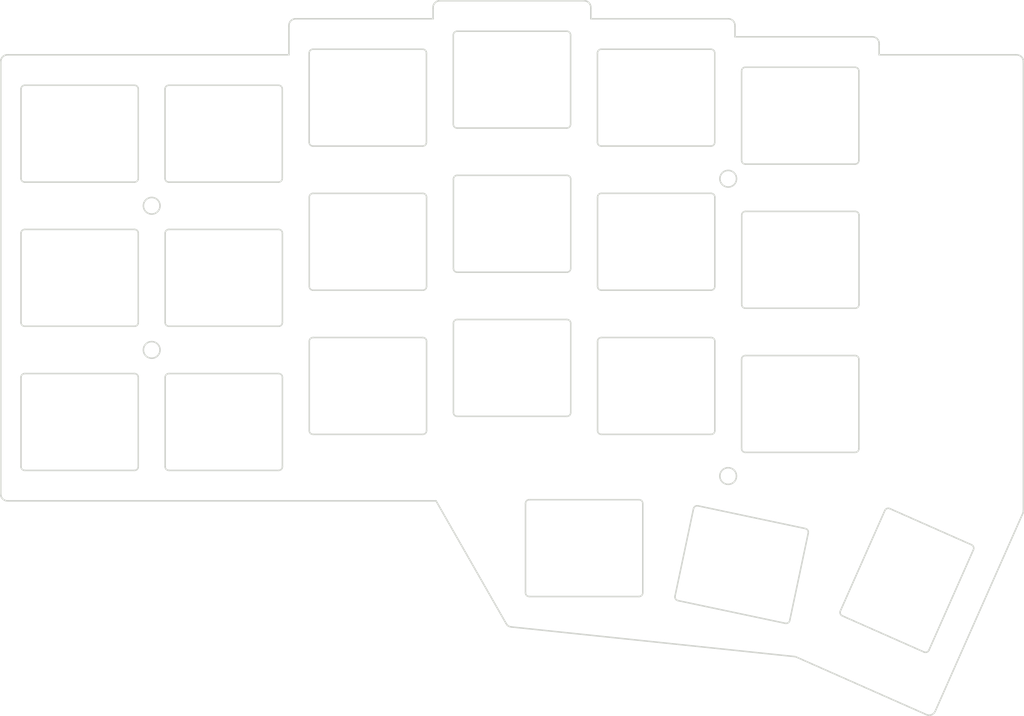
<source format=kicad_pcb>
(kicad_pcb (version 20221018) (generator pcbnew)

  (general
    (thickness 1.6)
  )

  (paper "A4")
  (title_block
    (date "2023-12-04")
  )

  (layers
    (0 "F.Cu" signal)
    (31 "B.Cu" signal)
    (32 "B.Adhes" user "B.Adhesive")
    (33 "F.Adhes" user "F.Adhesive")
    (34 "B.Paste" user)
    (35 "F.Paste" user)
    (36 "B.SilkS" user "B.Silkscreen")
    (37 "F.SilkS" user "F.Silkscreen")
    (38 "B.Mask" user)
    (39 "F.Mask" user)
    (40 "Dwgs.User" user "User.Drawings")
    (41 "Cmts.User" user "User.Comments")
    (42 "Eco1.User" user "User.Eco1")
    (43 "Eco2.User" user "User.Eco2")
    (44 "Edge.Cuts" user)
    (45 "Margin" user)
    (46 "B.CrtYd" user "B.Courtyard")
    (47 "F.CrtYd" user "F.Courtyard")
    (48 "B.Fab" user)
    (49 "F.Fab" user)
  )

  (setup
    (pad_to_mask_clearance 0.2)
    (aux_axis_origin 174 65.7)
    (grid_origin -119.462454 2.779733)
    (pcbplotparams
      (layerselection 0x00010f0_ffffffff)
      (plot_on_all_layers_selection 0x0000000_00000000)
      (disableapertmacros false)
      (usegerberextensions true)
      (usegerberattributes false)
      (usegerberadvancedattributes false)
      (creategerberjobfile false)
      (dashed_line_dash_ratio 12.000000)
      (dashed_line_gap_ratio 3.000000)
      (svgprecision 6)
      (plotframeref false)
      (viasonmask false)
      (mode 1)
      (useauxorigin false)
      (hpglpennumber 1)
      (hpglpenspeed 20)
      (hpglpendiameter 15.000000)
      (dxfpolygonmode true)
      (dxfimperialunits true)
      (dxfusepcbnewfont true)
      (psnegative false)
      (psa4output false)
      (plotreference true)
      (plotvalue true)
      (plotinvisibletext false)
      (sketchpadsonfab false)
      (subtractmaskfromsilk false)
      (outputformat 1)
      (mirror false)
      (drillshape 0)
      (scaleselection 1)
      (outputdirectory "../../../../../../../Desktop/2020-08-15/jlcpcb/corne-top/")
    )
  )

  (net 0 "")

  (gr_curve (pts (xy -23.647391 -19.346015) (xy -23.566161 -19.277964) (xy -23.485437 -19.186319) (xy -23.426646 -19.073115))
    (stroke (width 0.2) (type solid)) (layer "Edge.Cuts") (tstamp 013138bd-a07b-4f69-b925-a06615e90efc))
  (gr_arc (start -83.637454 1.142234) (mid -83.283901 1.288681) (end -83.137454 1.642234)
    (stroke (width 0.2) (type solid)) (layer "Edge.Cuts") (tstamp 02e7c0fd-cfb6-4021-b8c1-39e47fd32379))
  (gr_curve (pts (xy -23.937766 -19.506396) (xy -23.831657 -19.473167) (xy -23.735679 -19.419979) (xy -23.647391 -19.346015))
    (stroke (width 0.2) (type solid)) (layer "Edge.Cuts") (tstamp 04bcc68e-e060-4271-ac03-283919510c2a))
  (gr_arc (start -28.188394 56.97933) (mid -28.452396 56.702294) (end -28.44318 56.319722)
    (stroke (width 0.2) (type solid)) (layer "Edge.Cuts") (tstamp 056230b1-112d-43fc-b72e-2f85cec4297b))
  (gr_arc (start -98.653346 -17.408004) (mid -98.506899 -17.761557) (end -98.153346 -17.908004)
    (stroke (width 0.2) (type solid)) (layer "Edge.Cuts") (tstamp 067a2c16-01a7-456b-a946-5d6718f8e1b1))
  (gr_arc (start -64.587454 17.810984) (mid -64.233901 17.957431) (end -64.087454 18.310984)
    (stroke (width 0.2) (type solid)) (layer "Edge.Cuts") (tstamp 06a99aab-e947-49ed-b16c-edd41830b0df))
  (gr_arc (start -70.062515 42.123363) (mid -69.916068 41.76981) (end -69.562515 41.623363)
    (stroke (width 0.2) (type solid)) (layer "Edge.Cuts") (tstamp 09568c7e-fb8a-4628-bf25-07df5f3f5b32))
  (gr_arc (start -83.653346 -17.908004) (mid -83.299792 -17.761558) (end -83.153346 -17.408004)
    (stroke (width 0.2) (type solid)) (layer "Edge.Cuts") (tstamp 09a103d2-1836-43ab-b420-2c0e62b74739))
  (gr_curve (pts (xy -72.494656 58.173713) (xy -72.558918 58.099914) (xy -72.603066 58.022656) (xy -72.644369 57.950377))
    (stroke (width 0.2) (type solid)) (layer "Edge.Cuts") (tstamp 09c7571e-35d0-48f0-a217-046e03ddf301))
  (gr_line (start -45.053346 -17.409461) (end -45.053346 -5.609461)
    (stroke (width 0.2) (type solid)) (layer "Edge.Cuts") (tstamp 0aaaf485-725b-47cf-81a8-05a2e85c6b81))
  (gr_line (start -34.384336 62.369967) (end -17.186286 69.984068)
    (stroke (width 0.2) (type solid)) (layer "Edge.Cuts") (tstamp 0d5a3348-b007-4389-bf4f-3fe9bb6443b8))
  (gr_line (start -41.503346 -3.225) (end -41.503346 -15.025)
    (stroke (width 0.2) (type solid)) (layer "Edge.Cuts") (tstamp 0dc2bcb1-ecc3-4685-a1c0-7297c2d09c53))
  (gr_line (start -82.278346 -23.314276) (end -82.278346 -21.933004)
    (stroke (width 0.2) (type solid)) (layer "Edge.Cuts") (tstamp 10822e78-c8fc-49a7-a73e-74c490716b1c))
  (gr_circle (center -119.462454 2.779733) (end -118.362454 2.779733)
    (stroke (width 0.2) (type solid)) (fill none) (layer "Edge.Cuts") (tstamp 113480db-3e24-43db-9fc9-5377c192b779))
  (gr_curve (pts (xy -138.412456 41.779738) (xy -138.533959 41.779738) (xy -138.663795 41.779738) (xy -138.803036 41.736134))
    (stroke (width 0.2) (type solid)) (layer "Edge.Cuts") (tstamp 11a5df2d-f769-4ff7-a023-2676cac28fb8))
  (gr_line (start -102.687457 37.754739) (end -117.187457 37.754739)
    (stroke (width 0.2) (type solid)) (layer "Edge.Cuts") (tstamp 1293b62b-05e5-423d-917b-5aed1ac1e22e))
  (gr_arc (start -136.737459 -12.645443) (mid -136.591012 -12.998996) (end -136.237459 -13.145443)
    (stroke (width 0.2) (type solid)) (layer "Edge.Cuts") (tstamp 12c06689-acee-4edc-997b-9c9240a761ba))
  (gr_line (start -79.087454 -1.239016) (end -64.587454 -1.239016)
    (stroke (width 0.2) (type solid)) (layer "Edge.Cuts") (tstamp 1523b017-c278-40af-ab44-f4ee6b3b5d70))
  (gr_line (start -16.73892 61.501449) (end -10.868995 48.242716)
    (stroke (width 0.2) (type solid)) (layer "Edge.Cuts") (tstamp 15625772-70d9-4e1f-8009-d6940603096d))
  (gr_line (start -43.378346 -21.934461) (end -61.428346 -21.934461)
    (stroke (width 0.2) (type solid)) (layer "Edge.Cuts") (tstamp 1607ff18-5569-4449-8ede-9ae022fc5dd0))
  (gr_line (start -71.880134 58.448814) (end -34.384336 62.369967)
    (stroke (width 0.2) (type solid)) (layer "Edge.Cuts") (tstamp 169a1c12-ba0e-4231-aaf2-03eba4a50a04))
  (gr_line (start -98.653346 -17.408004) (end -98.653346 -5.608004)
    (stroke (width 0.2) (type solid)) (layer "Edge.Cuts") (tstamp 173d49c8-f534-4d98-8e5e-8fd527b2b413))
  (gr_arc (start -25.988504 15.824005) (mid -26.134951 16.177558) (end -26.488504 16.324005)
    (stroke (width 0.2) (type solid)) (layer "Edge.Cuts") (tstamp 17be72a4-e246-411b-8da7-4c602982c2c4))
  (gr_line (start -28.188394 56.97933) (end -17.398529 61.756235)
    (stroke (width 0.2) (type solid)) (layer "Edge.Cuts") (tstamp 19f67bbd-5a5e-4e60-8fa5-b195440f68ef))
  (gr_arc (start -11.123781 47.583108) (mid -10.859779 47.860144) (end -10.868995 48.242716)
    (stroke (width 0.2) (type solid)) (layer "Edge.Cuts") (tstamp 1af49013-c5c9-475a-82df-d56e03e56c7c))
  (gr_arc (start -60.540218 1.636757) (mid -60.393771 1.283204) (end -60.040218 1.136757)
    (stroke (width 0.2) (type solid)) (layer "Edge.Cuts") (tstamp 1b52de19-a23f-4490-b9ed-ef965eb3cdce))
  (gr_line (start -139.412463 -16.170415) (end -139.412456 40.779738)
    (stroke (width 0.2) (type solid)) (layer "Edge.Cuts") (tstamp 1cb5779c-8572-475d-9542-a6ecc469ced9))
  (gr_line (start -79.087454 17.810984) (end -64.587454 17.810984)
    (stroke (width 0.2) (type solid)) (layer "Edge.Cuts") (tstamp 1e02d2e2-c7f9-4d06-881e-5ddf722ad642))
  (gr_curve (pts (xy -23.342835 -18.814915) (xy -23.328346 -18.722579) (xy -23.328346 -18.634824) (xy -23.328346 -18.55))
    (stroke (width 0.2) (type solid)) (layer "Edge.Cuts") (tstamp 1eb7f74c-17c7-47d4-ae27-66bc46eb2421))
  (gr_line (start -23.328346 -17.16875) (end -23.328346 -18.55)
    (stroke (width 0.2) (type solid)) (layer "Edge.Cuts") (tstamp 1eef421e-0070-4420-87c3-bba1ac182f7e))
  (gr_line (start -102.187456 18.204736) (end -102.187456 6.404736)
    (stroke (width 0.2) (type solid)) (layer "Edge.Cuts") (tstamp 20d3688a-e5c4-4062-8854-3f2d773db0f9))
  (gr_line (start -60.553346 -5.609461) (end -60.553346 -17.409461)
    (stroke (width 0.2) (type solid)) (layer "Edge.Cuts") (tstamp 22516739-d63f-46ba-8190-6de10405b871))
  (gr_line (start -98.637456 32.492236) (end -98.637456 20.692236)
    (stroke (width 0.2) (type solid)) (layer "Edge.Cuts") (tstamp 23496b14-5e0a-4d1b-969a-cb0db4780caa))
  (gr_curve (pts (xy -100.851461 -21.834704) (xy -100.758397 -21.883036) (xy -100.670244 -21.906435) (xy -100.593261 -21.918515))
    (stroke (width 0.2) (type solid)) (layer "Edge.Cuts") (tstamp 23534cf5-abda-48c5-9285-c12f45b3f5fd))
  (gr_arc (start -102.187457 37.254739) (mid -102.333904 37.608292) (end -102.687457 37.754739)
    (stroke (width 0.2) (type solid)) (layer "Edge.Cuts") (tstamp 25e953df-faf0-4136-8063-9d200147f8c1))
  (gr_arc (start -102.687456 5.904736) (mid -102.333903 6.051183) (end -102.187456 6.404736)
    (stroke (width 0.2) (type solid)) (layer "Edge.Cuts") (tstamp 28b7e113-994a-4cfb-8463-8b149e19f22a))
  (gr_line (start -45.037515 32.492232) (end -45.037515 20.692232)
    (stroke (width 0.2) (type solid)) (layer "Edge.Cuts") (tstamp 2b233c9d-9ef8-4611-9a17-cd2cca59be45))
  (gr_line (start -83.137456 20.692236) (end -83.137456 32.492236)
    (stroke (width 0.2) (type solid)) (layer "Edge.Cuts") (tstamp 2e20694e-1cfb-43a7-b4c8-21f56027b725))
  (gr_curve (pts (xy -139.093411 41.575753) (xy -139.174641 41.507702) (xy -139.255365 41.416057) (xy -139.314156 41.302853))
    (stroke (width 0.2) (type solid)) (layer "Edge.Cuts") (tstamp 2ea9b89b-c0c3-43a4-8663-c8f6d4240503))
  (gr_curve (pts (xy -16.938184 70.078065) (xy -17.02848 70.053933) (xy -17.108723 70.018407) (xy -17.186286 69.984068))
    (stroke (width 0.2) (type solid)) (layer "Edge.Cuts") (tstamp 2ec641cd-5eb9-498c-951a-22b4f79c976e))
  (gr_arc (start -136.237454 18.704733) (mid -136.591007 18.558286) (end -136.737454 18.204733)
    (stroke (width 0.2) (type solid)) (layer "Edge.Cuts") (tstamp 2eff049a-af21-4dfc-b053-2c56a3ea35a9))
  (gr_line (start -83.153346 -5.608004) (end -83.153346 -17.408004)
    (stroke (width 0.2) (type solid)) (layer "Edge.Cuts") (tstamp 2f200841-7040-4c95-9687-7b46dccd0981))
  (gr_line (start -15.867064 69.474505) (end -4.34811 43.456521)
    (stroke (width 0.2) (type solid)) (layer "Edge.Cuts") (tstamp 2fb202ed-7517-414e-9171-e0ea0e76e12c))
  (gr_arc (start -60.037515 32.992232) (mid -60.391068 32.845785) (end -60.537515 32.492232)
    (stroke (width 0.2) (type solid)) (layer "Edge.Cuts") (tstamp 2fd1a06c-9932-4e0f-b643-5690bbf9be9b))
  (gr_arc (start -45.040218 13.436757) (mid -45.186665 13.79031) (end -45.540218 13.936757)
    (stroke (width 0.2) (type solid)) (layer "Edge.Cuts") (tstamp 30d98085-100e-4f2b-803e-4a99a99c0fe7))
  (gr_line (start -60.037515 32.992232) (end -45.537515 32.992232)
    (stroke (width 0.2) (type solid)) (layer "Edge.Cuts") (tstamp 30ee27a1-5aed-4aa0-901f-e3e51c177ef8))
  (gr_line (start -60.053346 -17.909461) (end -45.553346 -17.909461)
    (stroke (width 0.2) (type solid)) (layer "Edge.Cuts") (tstamp 3276e9aa-5e7b-49cb-a8e0-2a9e17420fc3))
  (gr_arc (start -136.237456 37.754736) (mid -136.591009 37.608289) (end -136.737456 37.254736)
    (stroke (width 0.2) (type solid)) (layer "Edge.Cuts") (tstamp 341e5e08-0545-48b2-8cf0-96c430133c56))
  (gr_curve (pts (xy -4.581548 -16.964765) (xy -4.500318 -16.896714) (xy -4.419594 -16.805069) (xy -4.360803 -16.691865))
    (stroke (width 0.2) (type solid)) (layer "Edge.Cuts") (tstamp 343c81f6-bdeb-4bec-af6d-917a1a19d59c))
  (gr_line (start -117.187456 18.704736) (end -102.687456 18.704736)
    (stroke (width 0.2) (type solid)) (layer "Edge.Cuts") (tstamp 346c9980-5fc8-40af-9ef7-499fb4483ef5))
  (gr_curve (pts (xy -42.392835 -21.199376) (xy -42.378346 -21.10704) (xy -42.378346 -21.019285) (xy -42.378346 -20.934461))
    (stroke (width 0.2) (type solid)) (layer "Edge.Cuts") (tstamp 35a78bbe-38d7-4dab-85e3-c7aef4901f08))
  (gr_arc (start -54.562515 53.923363) (mid -54.708962 54.276916) (end -55.062515 54.423363)
    (stroke (width 0.2) (type solid)) (layer "Edge.Cuts") (tstamp 36bfcef6-153f-4114-8546-d48ff502e92b))
  (gr_line (start -42.378346 -19.55) (end -42.378346 -20.934461)
    (stroke (width 0.2) (type solid)) (layer "Edge.Cuts") (tstamp 36d83389-91a9-4ee1-a524-e5fba7332450))
  (gr_line (start -102.687456 5.904736) (end -117.187456 5.904736)
    (stroke (width 0.2) (type solid)) (layer "Edge.Cuts") (tstamp 37f5307c-d151-4f7b-b9ed-a84b5a4d3a45))
  (gr_arc (start -117.687457 25.454739) (mid -117.54101 25.101186) (end -117.187457 24.954739)
    (stroke (width 0.2) (type solid)) (layer "Edge.Cuts") (tstamp 3893d005-9a0a-445a-be16-a23e877bdb74))
  (gr_curve (pts (xy -101.284742 -21.323584) (xy -101.251513 -21.429692) (xy -101.198325 -21.52567) (xy -101.124361 -21.613959))
    (stroke (width 0.2) (type solid)) (layer "Edge.Cuts") (tstamp 38ab811d-d23d-4bfc-8d44-7516983b502c))
  (gr_curve (pts (xy -4.360803 -16.691865) (xy -4.312471 -16.598801) (xy -4.289072 -16.510648) (xy -4.276992 -16.433665))
    (stroke (width 0.2) (type solid)) (layer "Edge.Cuts") (tstamp 3969b5ca-dbba-4f86-8bca-685466109488))
  (gr_line (start -117.687457 37.254739) (end -117.687457 25.454739)
    (stroke (width 0.2) (type solid)) (layer "Edge.Cuts") (tstamp 3ab2ad15-b572-4bb6-8c82-8b128c24fb6c))
  (gr_line (start -98.153346 -5.108004) (end -83.653346 -5.108004)
    (stroke (width 0.2) (type solid)) (layer "Edge.Cuts") (tstamp 3be770e2-6ee6-4a03-bdf2-a4449fa06ac6))
  (gr_line (start -47.267042 42.438593) (end -33.080752 45.438458)
    (stroke (width 0.2) (type solid)) (layer "Edge.Cuts") (tstamp 3f97fd70-5ebb-4c26-9f8d-076e73748171))
  (gr_line (start -26.488504 16.324005) (end -40.988504 16.324005)
    (stroke (width 0.2) (type solid)) (layer "Edge.Cuts") (tstamp 3feb727c-50e8-40a8-9cff-6edb877a8531))
  (gr_curve (pts (xy -138.935579 -17.072115) (xy -138.842516 -17.120446) (xy -138.754364 -17.143845) (xy -138.677381 -17.155925))
    (stroke (width 0.2) (type solid)) (layer "Edge.Cuts") (tstamp 40eaa94a-298d-46cf-a2ad-300b2cb40431))
  (gr_curve (pts (xy -4.262502 43.051692) (xy -4.262502 43.114725) (xy -4.262502 43.181926) (xy -4.278945 43.259681))
    (stroke (width 0.2) (type solid)) (layer "Edge.Cuts") (tstamp 4130d188-2d8b-4df6-ad71-155054346348))
  (gr_arc (start -64.103346 -7.989276) (mid -64.249792 -7.635722) (end -64.603346 -7.489276)
    (stroke (width 0.2) (type solid)) (layer "Edge.Cuts") (tstamp 42de569d-c2b8-4223-8ca8-fe70d06145eb))
  (gr_arc (start -26.003346 34.873363) (mid -26.149793 35.226916) (end -26.503346 35.373363)
    (stroke (width 0.2) (type solid)) (layer "Edge.Cuts") (tstamp 474d0979-388f-4960-bec7-f821ea35b25f))
  (gr_line (start -60.540218 1.636757) (end -60.540218 13.436757)
    (stroke (width 0.2) (type solid)) (layer "Edge.Cuts") (tstamp 482c28dd-dd4c-4209-a674-89d3a4af1310))
  (gr_line (start -64.603346 -20.289276) (end -79.103346 -20.289276)
    (stroke (width 0.2) (type solid)) (layer "Edge.Cuts") (tstamp 4b99bb73-3036-4ddb-93d7-eba21111f546))
  (gr_line (start -136.737454 6.404733) (end -136.737454 18.204733)
    (stroke (width 0.2) (type solid)) (layer "Edge.Cuts") (tstamp 4cc51cb4-9f0b-43c4-9102-ba89403ca66b))
  (gr_arc (start -26.003346 -3.225) (mid -26.149792 -2.871446) (end -26.503346 -2.725)
    (stroke (width 0.2) (type solid)) (layer "Edge.Cuts") (tstamp 4d5e624d-86b3-42c6-826c-99fb94f63789))
  (gr_arc (start -22.573255 43.060989) (mid -22.296218 42.796986) (end -21.913646 42.806203)
    (stroke (width 0.2) (type solid)) (layer "Edge.Cuts") (tstamp 4d6f83a4-faa6-4e46-9315-879381ac1e71))
  (gr_arc (start -136.237459 -0.345443) (mid -136.591012 -0.49189) (end -136.737459 -0.845443)
    (stroke (width 0.2) (type solid)) (layer "Edge.Cuts") (tstamp 4fceec42-d367-4b1c-b31b-ef984668b9c0))
  (gr_arc (start -26.503346 -15.525) (mid -26.149793 -15.378553) (end -26.003346 -15.025)
    (stroke (width 0.2) (type solid)) (layer "Edge.Cuts") (tstamp 539641c6-224a-4140-a8ae-28ccf8b9474b))
  (gr_curve (pts (xy -62.428346 -24.314276) (xy -62.306843 -24.314276) (xy -62.177007 -24.314276) (xy -62.037766 -24.270672))
    (stroke (width 0.2) (type solid)) (layer "Edge.Cuts") (tstamp 54382cf9-e327-4549-bc57-a1618ceb9de3))
  (gr_curve (pts (xy -82.278346 -23.314276) (xy -82.278346 -23.435778) (xy -82.278346 -23.565614) (xy -82.234742 -23.704855))
    (stroke (width 0.2) (type solid)) (layer "Edge.Cuts") (tstamp 568bef73-a6da-4ebc-b842-79eb2c3f793c))
  (gr_arc (start -45.537515 20.192232) (mid -45.183962 20.338679) (end -45.037515 20.692232)
    (stroke (width 0.2) (type solid)) (layer "Edge.Cuts") (tstamp 57f9c6ac-873c-4b1a-8d6e-a1174b909f63))
  (gr_curve (pts (xy -4.278945 43.259681) (xy -4.295387 43.337436) (xy -4.322593 43.398884) (xy -4.34811 43.456521))
    (stroke (width 0.2) (type solid)) (layer "Edge.Cuts") (tstamp 58e3f1bb-fd80-486d-9fa0-2ce94c82c01d))
  (gr_curve (pts (xy -42.697391 -21.730476) (xy -42.616161 -21.662426) (xy -42.535437 -21.57078) (xy -42.476646 -21.457576))
    (stroke (width 0.2) (type solid)) (layer "Edge.Cuts") (tstamp 58ea657f-0e78-4dec-966c-2323dab3bfc8))
  (gr_curve (pts (xy -139.397967 41.044653) (xy -139.412456 40.952317) (xy -139.412456 40.864562) (xy -139.412456 40.779738))
    (stroke (width 0.2) (type solid)) (layer "Edge.Cuts") (tstamp 5970026b-6290-45c4-8f50-8722ad144419))
  (gr_line (start -64.087454 18.310984) (end -64.087454 30.110984)
    (stroke (width 0.2) (type solid)) (layer "Edge.Cuts") (tstamp 5a45527a-15b0-476a-a245-80b40e306dc2))
  (gr_line (start -41.003346 -15.525) (end -26.503346 -15.525)
    (stroke (width 0.2) (type solid)) (layer "Edge.Cuts") (tstamp 5db91697-d3db-44eb-b437-25456573e181))
  (gr_circle (center -119.462454 21.829734) (end -118.362454 21.829734)
    (stroke (width 0.2) (type solid)) (fill none) (layer "Edge.Cuts") (tstamp 5e1d934c-6cea-4903-ac7f-f44a6d981fa7))
  (gr_curve (pts (xy -100.593261 -21.918515) (xy -100.500925 -21.933004) (xy -100.41317 -21.933004) (xy -100.328346 -21.933004))
    (stroke (width 0.2) (type solid)) (layer "Edge.Cuts") (tstamp 5eea7b50-c0cb-4f85-97ad-4781f1d82bba))
  (gr_line (start -26.503346 -2.725) (end -41.003346 -2.725)
    (stroke (width 0.2) (type solid)) (layer "Edge.Cuts") (tstamp 61275b08-8620-4d80-92e7-1d9fc3ac02b5))
  (gr_line (start -121.237454 18.204733) (end -121.237454 6.404733)
    (stroke (width 0.2) (type solid)) (layer "Edge.Cuts") (tstamp 61da0099-925b-4bfb-9e51-ff9179ff83aa))
  (gr_arc (start -60.053346 -5.109461) (mid -60.406899 -5.255908) (end -60.553346 -5.609461)
    (stroke (width 0.2) (type solid)) (layer "Edge.Cuts") (tstamp 62978957-b5d2-4281-b78d-6e90da73981d))
  (gr_arc (start -60.537515 20.692232) (mid -60.391068 20.338679) (end -60.037515 20.192232)
    (stroke (width 0.2) (type solid)) (layer "Edge.Cuts") (tstamp 62f01930-2b54-4433-8e61-f780f811cc6c))
  (gr_line (start -101.328346 -17.170632) (end -138.412469 -17.170415)
    (stroke (width 0.2) (type solid)) (layer "Edge.Cuts") (tstamp 6303a815-0292-4de7-91d3-d701cfcfbf98))
  (gr_curve (pts (xy -16.668158 70.105955) (xy -16.772821 70.112475) (xy -16.862901 70.098184) (xy -16.938184 70.078065))
    (stroke (width 0.2) (type solid)) (layer "Edge.Cuts") (tstamp 639a303b-f59c-4d5c-96c0-e443b8693c80))
  (gr_line (start -50.300938 54.369036) (end -47.859668 42.824332)
    (stroke (width 0.2) (type solid)) (layer "Edge.Cuts") (tstamp 64feca16-e906-496b-a6b3-6f07b7543fd7))
  (gr_line (start -54.562515 42.123363) (end -54.562515 53.923363)
    (stroke (width 0.2) (type solid)) (layer "Edge.Cuts") (tstamp 65df47b4-ac1e-4bf3-81a0-3864ab3401ba))
  (gr_arc (start -83.153346 -5.608004) (mid -83.299793 -5.254451) (end -83.653346 -5.108004)
    (stroke (width 0.2) (type solid)) (layer "Edge.Cuts") (tstamp 662d38aa-ca28-44ad-b9d4-06e13439520b))
  (gr_line (start -64.587454 30.610984) (end -79.087454 30.610984)
    (stroke (width 0.2) (type solid)) (layer "Edge.Cuts") (tstamp 68053bfd-6dab-44ca-999d-3a115ef11776))
  (gr_curve (pts (xy -61.747391 -24.110291) (xy -61.666161 -24.04224) (xy -61.585437 -23.950595) (xy -61.526646 -23.837391))
    (stroke (width 0.2) (type solid)) (layer "Edge.Cuts") (tstamp 696d3fdd-a4d4-48d3-9e67-32cb6acc250e))
  (gr_curve (pts (xy -16.329257 70.014586) (xy -16.424365 70.061313) (xy -16.540845 70.098025) (xy -16.668158 70.105955))
    (stroke (width 0.2) (type solid)) (layer "Edge.Cuts") (tstamp 6aec57fc-9433-47e5-a07a-ee6993e1fa89))
  (gr_curve (pts (xy -101.328346 -20.933004) (xy -101.328346 -21.054507) (xy -101.328346 -21.184343) (xy -101.284742 -21.323584))
    (stroke (width 0.2) (type solid)) (layer "Edge.Cuts") (tstamp 6c649f7d-38c3-4623-816b-0b6c58a280e4))
  (gr_arc (start -121.737454 5.904733) (mid -121.383901 6.05118) (end -121.237454 6.404733)
    (stroke (width 0.2) (type solid)) (layer "Edge.Cuts") (tstamp 6ea681cb-a761-4260-84ac-e3fa18b94099))
  (gr_curve (pts (xy -82.234742 -23.704855) (xy -82.201513 -23.810964) (xy -82.148325 -23.906942) (xy -82.074361 -23.99523))
    (stroke (width 0.2) (type solid)) (layer "Edge.Cuts") (tstamp 70a474bb-914e-4989-8f71-ae302040d55e))
  (gr_arc (start -102.687457 24.954739) (mid -102.333903 25.101185) (end -102.187457 25.454739)
    (stroke (width 0.2) (type solid)) (layer "Edge.Cuts") (tstamp 70cd3bc0-83a1-429f-857b-8161474692e5))
  (gr_curve (pts (xy -138.803036 41.736134) (xy -138.909145 41.702905) (xy -139.005123 41.649717) (xy -139.093411 41.575753))
    (stroke (width 0.2) (type solid)) (layer "Edge.Cuts") (tstamp 7472bf71-4073-4a1b-9906-0af13e6ba7bd))
  (gr_arc (start -45.037515 32.492232) (mid -45.183961 32.845786) (end -45.537515 32.992232)
    (stroke (width 0.2) (type solid)) (layer "Edge.Cuts") (tstamp 78455f69-1e84-459d-88dc-d50e3271de7b))
  (gr_arc (start -117.687456 6.404736) (mid -117.541009 6.051183) (end -117.187456 5.904736)
    (stroke (width 0.2) (type solid)) (layer "Edge.Cuts") (tstamp 7966facf-bb09-4a58-b790-24abc893a20c))
  (gr_line (start -138.412456 41.779738) (end -81.884744 41.779734)
    (stroke (width 0.2) (type solid)) (layer "Edge.Cuts") (tstamp 7aba5f35-327f-4f16-baa6-468f00ec54d1))
  (gr_line (start -83.637456 32.992236) (end -98.137456 32.992236)
    (stroke (width 0.2) (type solid)) (layer "Edge.Cuts") (tstamp 7ad855ac-c40c-413f-9975-cd1b5add8256))
  (gr_curve (pts (xy -43.378346 -21.934461) (xy -43.256843 -21.934461) (xy -43.127007 -21.934461) (xy -42.987766 -21.890857))
    (stroke (width 0.2) (type solid)) (layer "Edge.Cuts") (tstamp 7e853a9a-aa4e-41cd-a113-7014a6a181bb))
  (gr_line (start -41.503346 34.873363) (end -41.503346 23.073363)
    (stroke (width 0.2) (type solid)) (layer "Edge.Cuts") (tstamp 8048cc99-0e64-40d9-a83a-baadc24591e5))
  (gr_line (start -45.537515 20.192232) (end -60.037515 20.192232)
    (stroke (width 0.2) (type solid)) (layer "Edge.Cuts") (tstamp 82e146b5-0f2b-4e37-be75-911b00c273e9))
  (gr_line (start -117.703346 -12.645661) (end -117.703346 -0.845661)
    (stroke (width 0.2) (type solid)) (layer "Edge.Cuts") (tstamp 83138974-bd5f-4fcb-9f2f-db1ed3c5ae96))
  (gr_arc (start -83.137456 32.492236) (mid -83.283902 32.84579) (end -83.637456 32.992236)
    (stroke (width 0.2) (type solid)) (layer "Edge.Cuts") (tstamp 837a8ee3-1654-40ec-961c-b87717e74220))
  (gr_line (start -83.137454 13.442234) (end -83.137454 1.642234)
    (stroke (width 0.2) (type solid)) (layer "Edge.Cuts") (tstamp 86f0f05c-8e12-4147-b4aa-b6eaebc9d9be))
  (gr_line (start -98.637454 1.642234) (end -98.637454 13.442234)
    (stroke (width 0.2) (type solid)) (layer "Edge.Cuts") (tstamp 8762055e-8bfd-4613-9718-9a5fb87e81cb))
  (gr_curve (pts (xy -15.867064 69.474505) (xy -15.916252 69.585606) (xy -15.968813 69.704327) (xy -16.065053 69.813996))
    (stroke (width 0.2) (type solid)) (layer "Edge.Cuts") (tstamp 87d576c9-6e32-4384-b209-4242d617159d))
  (gr_line (start -136.737456 37.254736) (end -136.737456 25.454736)
    (stroke (width 0.2) (type solid)) (layer "Edge.Cuts") (tstamp 883d7ea6-5877-4edc-8ba9-8f9f0c3965d2))
  (gr_curve (pts (xy -101.124361 -21.613959) (xy -101.05631 -21.695189) (xy -100.964665 -21.775913) (xy -100.851461 -21.834704))
    (stroke (width 0.2) (type solid)) (layer "Edge.Cuts") (tstamp 89045f02-020b-4af1-9fd4-7bce95951d05))
  (gr_line (start -98.137454 13.942234) (end -83.637454 13.942234)
    (stroke (width 0.2) (type solid)) (layer "Edge.Cuts") (tstamp 89d6c2d5-c27d-4666-8ed5-dc9cce973c2e))
  (gr_curve (pts (xy -139.314156 41.302853) (xy -139.362488 41.209789) (xy -139.385887 41.121636) (xy -139.397967 41.044653))
    (stroke (width 0.2) (type solid)) (layer "Edge.Cuts") (tstamp 8b64b242-3dfb-40a6-a1d1-fb517f57b1f9))
  (gr_line (start -117.687456 6.404736) (end -117.687456 18.204736)
    (stroke (width 0.2) (type solid)) (layer "Edge.Cuts") (tstamp 8bb8c13c-dee7-4738-86ad-4d04b0b75668))
  (gr_line (start -35.728909 57.961528) (end -49.915199 54.961662)
    (stroke (width 0.2) (type solid)) (layer "Edge.Cuts") (tstamp 8d7421b3-e708-4e69-b721-38202ff40594))
  (gr_arc (start -102.703346 -13.145661) (mid -102.349792 -12.999215) (end -102.203346 -12.645661)
    (stroke (width 0.2) (type solid)) (layer "Edge.Cuts") (tstamp 8d91789f-c93e-43d1-9dbf-67744c029412))
  (gr_arc (start -117.187457 37.754739) (mid -117.54101 37.608292) (end -117.687457 37.254739)
    (stroke (width 0.2) (type solid)) (layer "Edge.Cuts") (tstamp 8f5cc0c1-8037-474c-95fb-9ff3480929e2))
  (gr_arc (start -45.053346 -5.609461) (mid -45.199792 -5.255907) (end -45.553346 -5.109461)
    (stroke (width 0.2) (type solid)) (layer "Edge.Cuts") (tstamp 8f993e30-c54f-44a4-b2d8-f4fa3db9f9d0))
  (gr_arc (start -64.603346 -20.289276) (mid -64.249793 -20.142829) (end -64.103346 -19.789276)
    (stroke (width 0.2) (type solid)) (layer "Edge.Cuts") (tstamp 8fce58d6-51d1-4b68-ac85-d201f9252008))
  (gr_line (start -117.203346 -0.345661) (end -102.703346 -0.345661)
    (stroke (width 0.2) (type solid)) (layer "Edge.Cuts") (tstamp 8ff56ac4-0f08-407f-aaf4-b086aa72c306))
  (gr_arc (start -121.737456 24.954736) (mid -121.383903 25.101183) (end -121.237456 25.454736)
    (stroke (width 0.2) (type solid)) (layer "Edge.Cuts") (tstamp 90979093-cc2e-4b4f-8d7f-0a3ffa5af627))
  (gr_arc (start -83.137454 13.442234) (mid -83.283901 13.795787) (end -83.637454 13.942234)
    (stroke (width 0.2) (type solid)) (layer "Edge.Cuts") (tstamp 926fe270-c487-430d-9a67-6f14c0ac123f))
  (gr_circle (center -43.271782 -0.794121) (end -42.171782 -0.794121)
    (stroke (width 0.2) (type solid)) (fill none) (layer "Edge.Cuts") (tstamp 92751dc3-8e40-4226-876d-99de7e3abfea))
  (gr_line (start -40.988504 3.524005) (end -26.488504 3.524005)
    (stroke (width 0.2) (type solid)) (layer "Edge.Cuts") (tstamp 94586e0d-d47d-4cfe-b0bc-7eb9e449589f))
  (gr_arc (start -79.587454 -0.739016) (mid -79.441007 -1.092569) (end -79.087454 -1.239016)
    (stroke (width 0.2) (type solid)) (layer "Edge.Cuts") (tstamp 94a6f5a8-0576-454f-a102-fc499384a5c7))
  (gr_arc (start -60.553346 -17.409461) (mid -60.406899 -17.763014) (end -60.053346 -17.909461)
    (stroke (width 0.2) (type solid)) (layer "Edge.Cuts") (tstamp 94cad223-5e86-46db-84b7-9fd34fd31d4d))
  (gr_arc (start -41.503346 23.073363) (mid -41.356899 22.71981) (end -41.003346 22.573363)
    (stroke (width 0.2) (type solid)) (layer "Edge.Cuts") (tstamp 9516d1c0-2184-45ff-aa8d-385fee98d83f))
  (gr_arc (start -117.203346 -0.345661) (mid -117.556899 -0.492108) (end -117.703346 -0.845661)
    (stroke (width 0.2) (type solid)) (layer "Edge.Cuts") (tstamp 95cb68c6-2d64-4c7f-aaf0-ab13d368f13c))
  (gr_line (start -45.540218 1.136757) (end -60.040218 1.136757)
    (stroke (width 0.2) (type solid)) (layer "Edge.Cuts") (tstamp 95de190f-972d-485d-8551-a23c271ca0fc))
  (gr_line (start -102.203346 -0.845661) (end -102.203346 -12.645661)
    (stroke (width 0.2) (type solid)) (layer "Edge.Cuts") (tstamp 95e31646-2839-4cad-9309-a822bcc0ce1a))
  (gr_arc (start -79.603346 -19.789276) (mid -79.456899 -20.142829) (end -79.103346 -20.289276)
    (stroke (width 0.2) (type solid)) (layer "Edge.Cuts") (tstamp 964e7cef-e472-429f-9276-dfb74ab228a3))
  (gr_arc (start -79.103346 -7.489276) (mid -79.456899 -7.635723) (end -79.603346 -7.989276)
    (stroke (width 0.2) (type solid)) (layer "Edge.Cuts") (tstamp 966a1b74-e642-45cd-a915-2d957764f25d))
  (gr_arc (start -45.553346 -17.909461) (mid -45.199793 -17.763014) (end -45.053346 -17.409461)
    (stroke (width 0.2) (type solid)) (layer "Edge.Cuts") (tstamp 96e566b7-0f70-4a5e-a11a-b7dc56dc394e))
  (gr_curve (pts (xy -82.074361 -23.99523) (xy -82.00631 -24.07646) (xy -81.914665 -24.157184) (xy -81.801461 -24.215975))
    (stroke (width 0.2) (type solid)) (layer "Edge.Cuts") (tstamp 9981307f-e63c-4523-a911-d749c7369bd7))
  (gr_line (start -5.262502 -17.16875) (end -23.328346 -17.16875)
    (stroke (width 0.2) (type solid)) (layer "Edge.Cuts") (tstamp 99af9178-e239-46b3-826a-917b89a3f71c))
  (gr_arc (start -102.187456 18.204736) (mid -102.333903 18.558289) (end -102.687456 18.704736)
    (stroke (width 0.2) (type solid)) (layer "Edge.Cuts") (tstamp 9bfca4ce-358a-40df-9a0a-0974fff6b26d))
  (gr_line (start -64.103346 -7.989276) (end -64.103346 -19.789276)
    (stroke (width 0.2) (type solid)) (layer "Edge.Cuts") (tstamp 9d2039d0-2ff1-491e-868a-5097620e92d9))
  (gr_line (start -136.237456 24.954736) (end -121.737456 24.954736)
    (stroke (width 0.2) (type solid)) (layer "Edge.Cuts") (tstamp 9e9fc4c0-0a3e-4a8a-aa87-e25e0ff19b7e))
  (gr_arc (start -26.488504 3.524005) (mid -26.13495 3.670451) (end -25.988504 4.024005)
    (stroke (width 0.2) (type solid)) (layer "Edge.Cuts") (tstamp 9f7bc930-3abc-4452-af34-a56d2ec0b77d))
  (gr_line (start -60.040218 13.936757) (end -45.540218 13.936757)
    (stroke (width 0.2) (type solid)) (layer "Edge.Cuts") (tstamp a012b15b-6d87-4c9d-bfb4-4d74eebaf46f))
  (gr_arc (start -41.003346 35.373363) (mid -41.356899 35.226916) (end -41.503346 34.873363)
    (stroke (width 0.2) (type solid)) (layer "Edge.Cuts") (tstamp a09cd45c-5a34-4230-91ca-3c4319c8a1ae))
  (gr_line (start -121.237456 25.454736) (end -121.237456 37.254736)
    (stroke (width 0.2) (type solid)) (layer "Edge.Cuts") (tstamp a19ba0b7-f4e0-4bd3-84ed-298814124932))
  (gr_line (start -26.003346 23.073363) (end -26.003346 34.873363)
    (stroke (width 0.2) (type solid)) (layer "Edge.Cuts") (tstamp a395c112-7947-4267-86e0-0031827fd93f))
  (gr_line (start -69.562515 41.623363) (end -55.062515 41.623363)
    (stroke (width 0.2) (type solid)) (layer "Edge.Cuts") (tstamp a3d5f26b-40e7-4735-b90e-145fdd50cf9d))
  (gr_line (start -45.040218 13.436757) (end -45.040218 1.636757)
    (stroke (width 0.2) (type solid)) (layer "Edge.Cuts") (tstamp a614137f-77f7-41d3-aa61-73da09a8e77b))
  (gr_line (start -102.703346 -13.145661) (end -117.203346 -13.145661)
    (stroke (width 0.2) (type solid)) (layer "Edge.Cuts") (tstamp a63af331-0ae6-40e6-aebd-f0f5ab0175f7))
  (gr_curve (pts (xy -62.037766 -24.270672) (xy -61.931657 -24.237443) (xy -61.835679 -24.184255) (xy -61.747391 -24.110291))
    (stroke (width 0.2) (type solid)) (layer "Edge.Cuts") (tstamp a6c6f6de-4896-4e27-ad8e-10c27eff51fc))
  (gr_arc (start -98.137456 32.992236) (mid -98.491009 32.845789) (end -98.637456 32.492236)
    (stroke (width 0.2) (type solid)) (layer "Edge.Cuts") (tstamp a718b7c3-c29a-468c-9276-f6663fff6000))
  (gr_arc (start -121.237459 -0.845443) (mid -121.383906 -0.49189) (end -121.737459 -0.345443)
    (stroke (width 0.2) (type solid)) (layer "Edge.Cuts") (tstamp a82fe4a7-a7ca-43aa-9f39-686ff292f7ab))
  (gr_arc (start -41.003346 -2.725) (mid -41.356899 -2.871447) (end -41.503346 -3.225)
    (stroke (width 0.2) (type solid)) (layer "Edge.Cuts") (tstamp a841bdf3-0400-453a-aaa4-c4456bb8d649))
  (gr_arc (start -136.737454 6.404733) (mid -136.591007 6.05118) (end -136.237454 5.904733)
    (stroke (width 0.2) (type solid)) (layer "Edge.Cuts") (tstamp aaefb2cb-12a9-4934-a0b0-d100ed94a260))
  (gr_curve (pts (xy -61.526646 -23.837391) (xy -61.478314 -23.744327) (xy -61.454915 -23.656174) (xy -61.442835 -23.579191))
    (stroke (width 0.2) (type solid)) (layer "Edge.Cuts") (tstamp ab6e194f-bb4f-4427-9414-aba76bb9e4e6))
  (gr_arc (start -79.587454 18.310984) (mid -79.441007 17.957431) (end -79.087454 17.810984)
    (stroke (width 0.2) (type solid)) (layer "Edge.Cuts") (tstamp ac11b936-fdf4-4d8d-a3f1-0d0576ef01d4))
  (gr_line (start -25.988504 4.024005) (end -25.988504 15.824005)
    (stroke (width 0.2) (type solid)) (layer "Edge.Cuts") (tstamp ad4d6161-c4e3-4a1c-a727-235e5fc333aa))
  (gr_line (start -121.737454 5.904733) (end -136.237454 5.904733)
    (stroke (width 0.2) (type solid)) (layer "Edge.Cuts") (tstamp afa1874a-f04b-4e47-a4e1-963b8fb80dc2))
  (gr_curve (pts (xy -23.426646 -19.073115) (xy -23.378314 -18.980051) (xy -23.354915 -18.891898) (xy -23.342835 -18.814915))
    (stroke (width 0.2) (type solid)) (layer "Edge.Cuts") (tstamp afa60578-e291-4ec8-ac8d-d552933ad48e))
  (gr_curve (pts (xy -139.368859 -16.560995) (xy -139.33563 -16.667103) (xy -139.282442 -16.763081) (xy -139.208478 -16.85137))
    (stroke (width 0.2) (type solid)) (layer "Edge.Cuts") (tstamp afdc477c-3186-4008-89db-08e3777f5095))
  (gr_curve (pts (xy -71.880134 58.448814) (xy -71.995575 58.436742) (xy -72.128245 58.422868) (xy -72.26615 58.352736))
    (stroke (width 0.2) (type solid)) (layer "Edge.Cuts") (tstamp b0e58c18-07b7-4090-a93b-8daaa5bdcb58))
  (gr_curve (pts (xy -81.801461 -24.215975) (xy -81.708397 -24.264307) (xy -81.620244 -24.287706) (xy -81.543261 -24.299786))
    (stroke (width 0.2) (type solid)) (layer "Edge.Cuts") (tstamp b128eac5-0efa-4e2e-8874-9ffe0a2f3e36))
  (gr_line (start -98.137456 20.192236) (end -83.637456 20.192236)
    (stroke (width 0.2) (type solid)) (layer "Edge.Cuts") (tstamp b1f3e6d5-0308-4fd9-945f-29525287cd64))
  (gr_arc (start -98.137454 13.942234) (mid -98.491007 13.795787) (end -98.637454 13.442234)
    (stroke (width 0.2) (type solid)) (layer "Edge.Cuts") (tstamp b33b5848-31f0-4e9c-afe7-b5b2f03709bc))
  (gr_line (start -64.087454 -0.739016) (end -64.087454 11.060984)
    (stroke (width 0.2) (type solid)) (layer "Edge.Cuts") (tstamp b3e62311-ec36-4586-bd95-c8c47343b6c7))
  (gr_line (start -136.237459 -13.145443) (end -121.737459 -13.145443)
    (stroke (width 0.2) (type solid)) (layer "Edge.Cuts") (tstamp b63e6979-61eb-45a3-bba6-054b76c16462))
  (gr_arc (start -35.136283 57.575789) (mid -35.352707 57.891395) (end -35.728909 57.961528)
    (stroke (width 0.2) (type solid)) (layer "Edge.Cuts") (tstamp b726126d-33fd-4045-9e12-de07104e247d))
  (gr_line (start -79.603346 -19.789276) (end -79.603346 -7.989276)
    (stroke (width 0.2) (type solid)) (layer "Edge.Cuts") (tstamp b78fe90a-abb2-4193-b908-5b36916306b0))
  (gr_line (start -60.537515 20.692232) (end -60.537515 32.492232)
    (stroke (width 0.2) (type solid)) (layer "Edge.Cuts") (tstamp b7be7a7b-8131-4e8b-a834-4949488b568b))
  (gr_line (start -117.187457 24.954739) (end -102.687457 24.954739)
    (stroke (width 0.2) (type solid)) (layer "Edge.Cuts") (tstamp b8853994-42d0-428a-98d9-e1137c94985b))
  (gr_arc (start -47.859668 42.824332) (mid -47.643244 42.508725) (end -47.267042 42.438593)
    (stroke (width 0.2) (type solid)) (layer "Edge.Cuts") (tstamp b8ab9f08-2c0f-4149-b316-7fd4418af89b))
  (gr_arc (start -83.637456 20.192236) (mid -83.283903 20.338683) (end -83.137456 20.692236)
    (stroke (width 0.2) (type solid)) (layer "Edge.Cuts") (tstamp bb620698-a281-4987-9ba1-a95aad6da518))
  (gr_curve (pts (xy -5.262502 -17.16875) (xy -5.141 -17.16875) (xy -5.011164 -17.16875) (xy -4.871923 -17.125146))
    (stroke (width 0.2) (type solid)) (layer "Edge.Cuts") (tstamp bd381829-3816-4bd7-9beb-91c24f1ca76f))
  (gr_line (start -61.428346 -21.934461) (end -61.428346 -23.314276)
    (stroke (width 0.2) (type solid)) (layer "Edge.Cuts") (tstamp bd8c4883-9a5b-4e57-a501-55b0c2574204))
  (gr_line (start -11.123781 47.583108) (end -21.913646 42.806203)
    (stroke (width 0.2) (type solid)) (layer "Edge.Cuts") (tstamp be22ca65-075c-4722-997b-c647526ccf44))
  (gr_curve (pts (xy -42.476646 -21.457576) (xy -42.428314 -21.364512) (xy -42.404915 -21.276359) (xy -42.392835 -21.199376))
    (stroke (width 0.2) (type solid)) (layer "Edge.Cuts") (tstamp be293f86-4b3a-4987-9bd5-72e14080ac3f))
  (gr_arc (start -33.080752 45.438458) (mid -32.765146 45.654882) (end -32.695014 46.031084)
    (stroke (width 0.2) (type solid)) (layer "Edge.Cuts") (tstamp beecc3a4-e8bb-408c-af31-2f017c045f05))
  (gr_line (start -32.695014 46.031084) (end -35.136283 57.575789)
    (stroke (width 0.2) (type solid)) (layer "Edge.Cuts") (tstamp bf607feb-4298-4d9c-8631-0e49faf007ad))
  (gr_line (start -83.637454 1.142234) (end -98.137454 1.142234)
    (stroke (width 0.2) (type solid)) (layer "Edge.Cuts") (tstamp c12f3938-ee1f-40cb-b653-22f56d332ded))
  (gr_arc (start -41.503346 -15.025) (mid -41.356899 -15.378553) (end -41.003346 -15.525)
    (stroke (width 0.2) (type solid)) (layer "Edge.Cuts") (tstamp c2a7f865-942c-4807-8960-dd4321c0277a))
  (gr_line (start -101.328346 -20.933004) (end -101.328346 -17.170632)
    (stroke (width 0.2) (type solid)) (layer "Edge.Cuts") (tstamp c418c5ce-0273-4992-aad4-9202a8414649))
  (gr_line (start -79.103346 -7.489276) (end -64.603346 -7.489276)
    (stroke (width 0.2) (type solid)) (layer "Edge.Cuts") (tstamp c41f4727-d80b-4c8e-ad0b-5a81e5692174))
  (gr_line (start -26.003346 -15.025) (end -26.003346 -3.225)
    (stroke (width 0.2) (type solid)) (layer "Edge.Cuts") (tstamp c5ba234d-ea71-4c86-8140-0c4cdf511579))
  (gr_curve (pts (xy -138.677381 -17.155925) (xy -138.585046 -17.170414) (xy -138.497292 -17.170415) (xy -138.412469 -17.170415))
    (stroke (width 0.2) (type solid)) (layer "Edge.Cuts") (tstamp c63015ad-fc40-4dde-9bef-54e767c72610))
  (gr_curve (pts (xy -81.543261 -24.299786) (xy -81.450925 -24.314276) (xy -81.36317 -24.314276) (xy -81.278346 -24.314276))
    (stroke (width 0.2) (type solid)) (layer "Edge.Cuts") (tstamp c8458348-ed2b-42e0-a935-f4b53d39697a))
  (gr_line (start -82.278346 -21.933004) (end -100.328346 -21.933004)
    (stroke (width 0.2) (type solid)) (layer "Edge.Cuts") (tstamp c8eea5d2-e8b0-41cb-bb28-40e36378b2a3))
  (gr_arc (start -98.153346 -5.108004) (mid -98.506899 -5.254451) (end -98.653346 -5.608004)
    (stroke (width 0.2) (type solid)) (layer "Edge.Cuts") (tstamp c9f8c157-1e1a-4cf6-9537-9cd470a3feaa))
  (gr_line (start -22.573255 43.060989) (end -28.44318 56.319722)
    (stroke (width 0.2) (type solid)) (layer "Edge.Cuts") (tstamp cab498e9-af2a-492e-8f4a-f69e148f7c03))
  (gr_arc (start -41.488504 4.024005) (mid -41.342057 3.670452) (end -40.988504 3.524005)
    (stroke (width 0.2) (type solid)) (layer "Edge.Cuts") (tstamp cc797b59-61c0-45be-ab0a-9412f083d86b))
  (gr_line (start -62.428346 -24.314276) (end -81.278346 -24.314276)
    (stroke (width 0.2) (type solid)) (layer "Edge.Cuts") (tstamp cd41097f-1626-4239-a04b-3efcf436c2b0))
  (gr_arc (start -64.087454 11.060984) (mid -64.233901 11.414537) (end -64.587454 11.560984)
    (stroke (width 0.2) (type solid)) (layer "Edge.Cuts") (tstamp cf746c89-ac85-41b3-9588-ad026f16bff0))
  (gr_line (start -79.587454 30.110984) (end -79.587454 18.310984)
    (stroke (width 0.2) (type solid)) (layer "Edge.Cuts") (tstamp cfe8afc3-141e-4e9e-9b4e-420e3e047c62))
  (gr_arc (start -69.562515 54.423363) (mid -69.916068 54.276916) (end -70.062515 53.923363)
    (stroke (width 0.2) (type solid)) (layer "Edge.Cuts") (tstamp d1f1d7b4-b4e2-468a-ab94-9abbb526cdc6))
  (gr_line (start -55.062515 54.423363) (end -69.562515 54.423363)
    (stroke (width 0.2) (type solid)) (layer "Edge.Cuts") (tstamp d28769ce-d96b-41d8-8db6-381b5dbb00c9))
  (gr_circle (center -43.278346 38.498363) (end -42.178346 38.498363)
    (stroke (width 0.2) (type solid)) (fill none) (layer "Edge.Cuts") (tstamp d3c89356-ded6-4e86-b26f-82833aada74c))
  (gr_arc (start -26.503346 22.573363) (mid -26.149793 22.71981) (end -26.003346 23.073363)
    (stroke (width 0.2) (type solid)) (layer "Edge.Cuts") (tstamp d80ecdd9-023c-46b5-b13b-f2a6c2399c18))
  (gr_line (start -4.262502 43.051692) (end -4.262502 -16.16875)
    (stroke (width 0.2) (type solid)) (layer "Edge.Cuts") (tstamp da9a944e-8fcb-480c-b6a0-df8ace7c21cc))
  (gr_line (start -102.187457 25.454739) (end -102.187457 37.254739)
    (stroke (width 0.2) (type solid)) (layer "Edge.Cuts") (tstamp dad0cf8d-bcd0-4e6d-b8e1-da1cac276331))
  (gr_line (start -64.587454 11.560984) (end -79.087454 11.560984)
    (stroke (width 0.2) (type solid)) (layer "Edge.Cuts") (tstamp dd527e6e-35e0-4ee4-88d2-86eb16f2b064))
  (gr_line (start -41.003346 22.573363) (end -26.503346 22.573363)
    (stroke (width 0.2) (type solid)) (layer "Edge.Cuts") (tstamp ddb69d2e-10ec-4c92-8665-3d0160725370))
  (gr_line (start -81.884744 41.779734) (end -72.644369 57.950377)
    (stroke (width 0.2) (type solid)) (layer "Edge.Cuts") (tstamp de99050e-108f-4fa6-9095-0be495577e66))
  (gr_line (start -70.062515 53.923363) (end -70.062515 42.123363)
    (stroke (width 0.2) (type solid)) (layer "Edge.Cuts") (tstamp e06415a2-0380-4e0b-aa0a-a0334d30c56f))
  (gr_line (start -121.737459 -0.345443) (end -136.237459 -0.345443)
    (stroke (width 0.2) (type solid)) (layer "Edge.Cuts") (tstamp e24fd129-45e6-464d-9150-52a968eccb89))
  (gr_arc (start -64.087454 30.110984) (mid -64.233901 30.464537) (end -64.587454 30.610984)
    (stroke (width 0.2) (type solid)) (layer "Edge.Cuts") (tstamp e2946cd6-e30b-46ed-bd6a-8011e0815113))
  (gr_curve (pts (xy -16.065053 69.813996) (xy -16.138393 69.897569) (xy -16.225883 69.963798) (xy -16.329257 70.014586))
    (stroke (width 0.2) (type solid)) (layer "Edge.Cuts") (tstamp e2e2e58d-67ef-4de6-8540-7aced1fe8fc6))
  (gr_line (start -26.503346 35.373363) (end -41.003346 35.373363)
    (stroke (width 0.2) (type solid)) (layer "Edge.Cuts") (tstamp e54ca4a5-bf6b-4087-9a52-28d3e51b8f45))
  (gr_curve (pts (xy -42.987766 -21.890857) (xy -42.881657 -21.857629) (xy -42.785679 -21.80444) (xy -42.697391 -21.730476))
    (stroke (width 0.2) (type solid)) (layer "Edge.Cuts") (tstamp e65c90e8-c263-4a7a-9e7f-40e4911e6c54))
  (gr_line (start -136.737459 -0.845443) (end -136.737459 -12.645443)
    (stroke (width 0.2) (type solid)) (layer "Edge.Cuts") (tstamp e7c4bf6d-5533-401b-b4a3-b0f766350c40))
  (gr_line (start -121.737456 37.754736) (end -136.237456 37.754736)
    (stroke (width 0.2) (type solid)) (layer "Edge.Cuts") (tstamp e8e74b99-eecf-4792-82a8-4586bc92ca0d))
  (gr_line (start -41.488504 15.824005) (end -41.488504 4.024005)
    (stroke (width 0.2) (type solid)) (layer "Edge.Cuts") (tstamp eab802fa-bf9f-4045-b86f-b59f26d79294))
  (gr_line (start -24.328346 -19.55) (end -42.378346 -19.55)
    (stroke (width 0.2) (type solid)) (layer "Edge.Cuts") (tstamp ecb5fcdb-66e6-4f4e-9632-dcf874f74bef))
  (gr_arc (start -64.587454 -1.239016) (mid -64.233901 -1.092569) (end -64.087454 -0.739016)
    (stroke (width 0.2) (type solid)) (layer "Edge.Cuts") (tstamp ed761e84-9633-40be-87da-c85a7041f640))
  (gr_arc (start -136.737456 25.454736) (mid -136.591009 25.101183) (end -136.237456 24.954736)
    (stroke (width 0.2) (type solid)) (layer "Edge.Cuts") (tstamp edeed95f-141d-4a5e-9166-f2acb3d37452))
  (gr_curve (pts (xy -4.871923 -17.125146) (xy -4.765814 -17.091917) (xy -4.669836 -17.038729) (xy -4.581548 -16.964765))
    (stroke (width 0.2) (type solid)) (layer "Edge.Cuts") (tstamp ee2eacaa-592c-45c3-8916-1e5064f54448))
  (gr_line (start -79.587454 11.060984) (end -79.587454 -0.739016)
    (stroke (width 0.2) (type solid)) (layer "Edge.Cuts") (tstamp ee45ce4a-d32f-4c03-81b6-322fa37268f1))
  (gr_arc (start -98.637456 20.692236) (mid -98.491009 20.338683) (end -98.137456 20.192236)
    (stroke (width 0.2) (type solid)) (layer "Edge.Cuts") (tstamp ee5249da-7752-46d4-a6a3-b8ce62c64189))
  (gr_arc (start -121.237456 37.254736) (mid -121.383903 37.608289) (end -121.737456 37.754736)
    (stroke (width 0.2) (type solid)) (layer "Edge.Cuts") (tstamp eed4e3ce-8b70-49a4-9bdb-8bf4270756b3))
  (gr_arc (start -45.540218 1.136757) (mid -45.186665 1.283204) (end -45.040218 1.636757)
    (stroke (width 0.2) (type solid)) (layer "Edge.Cuts") (tstamp ef274c64-d9ef-4253-a554-aadcf68efd2b))
  (gr_curve (pts (xy -139.412463 -16.170415) (xy -139.412463 -16.291918) (xy -139.412463 -16.421753) (xy -139.368859 -16.560995))
    (stroke (width 0.2) (type solid)) (layer "Edge.Cuts") (tstamp efaccb53-d2c8-4a25-b1bb-d9b0f0c4b092))
  (gr_curve (pts (xy -139.208478 -16.85137) (xy -139.140428 -16.932599) (xy -139.048782 -17.013323) (xy -138.935579 -17.072115))
    (stroke (width 0.2) (type solid)) (layer "Edge.Cuts") (tstamp f0aa14f1-8995-41ab-b48c-5f2c61e32113))
  (gr_line (start -136.237454 18.704733) (end -121.737454 18.704733)
    (stroke (width 0.2) (type solid)) (layer "Edge.Cuts") (tstamp f1bcfb34-2446-490a-b9a2-69932bc8a631))
  (gr_arc (start -98.637454 1.642234) (mid -98.491007 1.288681) (end -98.137454 1.142234)
    (stroke (width 0.2) (type solid)) (layer "Edge.Cuts") (tstamp f29f4000-a3f6-4298-9c1b-3f456767869f))
  (gr_arc (start -55.062515 41.623363) (mid -54.708962 41.76981) (end -54.562515 42.123363)
    (stroke (width 0.2) (type solid)) (layer "Edge.Cuts") (tstamp f2f747bd-ac95-40d9-99d8-02771533c7fc))
  (gr_curve (pts (xy -72.26615 58.352736) (xy -72.332835 58.318823) (xy -72.414574 58.265679) (xy -72.494656 58.173713))
    (stroke (width 0.2) (type solid)) (layer "Edge.Cuts") (tstamp f3316d58-9831-4455-9d4b-50f8415987f3))
  (gr_arc (start -117.703346 -12.645661) (mid -117.556899 -12.999214) (end -117.203346 -13.145661)
    (stroke (width 0.2) (type solid)) (layer "Edge.Cuts") (tstamp f341300b-75d7-498e-8301-4adf2e0ab79d))
  (gr_arc (start -79.087454 11.560984) (mid -79.441007 11.414537) (end -79.587454 11.060984)
    (stroke (width 0.2) (type solid)) (layer "Edge.Cuts") (tstamp f4ff78af-4dda-49b9-a14c-2e6c179a5a10))
  (gr_arc (start -49.915199 54.961662) (mid -50.230805 54.745238) (end -50.300938 54.369036)
    (stroke (width 0.2) (type solid)) (layer "Edge.Cuts") (tstamp f546a060-c627-4aad-ae37-809c7124fee1))
  (gr_arc (start -117.187456 18.704736) (mid -117.541009 18.558289) (end -117.687456 18.204736)
    (stroke (width 0.2) (type solid)) (layer "Edge.Cuts") (tstamp f59c9c64-1f9a-46fa-9110-05e7cc5ef7cb))
  (gr_arc (start -16.73892 61.501449) (mid -17.015957 61.765451) (end -17.398529 61.756235)
    (stroke (width 0.2) (type solid)) (layer "Edge.Cuts") (tstamp f7f8d8db-bfff-45f0-9cec-f56e312bd937))
  (gr_arc (start -121.237454 18.204733) (mid -121.383901 18.558286) (end -121.737454 18.704733)
    (stroke (width 0.2) (type solid)) (layer "Edge.Cuts") (tstamp f8c9cd53-e619-42bc-878f-765a972d06dc))
  (gr_arc (start -102.203346 -0.845661) (mid -102.349793 -0.492108) (end -102.703346 -0.345661)
    (stroke (width 0.2) (type solid)) (layer "Edge.Cuts") (tstamp f8da18f6-b5c8-4b68-8b46-d8a5ee955729))
  (gr_arc (start -40.988504 16.324005) (mid -41.342057 16.177558) (end -41.488504 15.824005)
    (stroke (width 0.2) (type solid)) (layer "Edge.Cuts") (tstamp f95bb291-5cfe-445d-b4d7-167f183a6be5))
  (gr_line (start -45.553346 -5.109461) (end -60.053346 -5.109461)
    (stroke (width 0.2) (type solid)) (layer "Edge.Cuts") (tstamp f9e508db-67c9-4ecb-a719-c0bc3f1a5d44))
  (gr_curve (pts (xy -4.276992 -16.433665) (xy -4.262502 -16.341329) (xy -4.262502 -16.253574) (xy -4.262502 -16.16875))
    (stroke (width 0.2) (type solid)) (layer "Edge.Cuts") (tstamp fb798b69-692b-4b5c-a564-f76eae7f55a0))
  (gr_arc (start -79.087454 30.610984) (mid -79.441007 30.464537) (end -79.587454 30.110984)
    (stroke (width 0.2) (type solid)) (layer "Edge.Cuts") (tstamp fbec3bb9-a289-406f-aad2-39a1396c04eb))
  (gr_line (start -83.653346 -17.908004) (end -98.153346 -17.908004)
    (stroke (width 0.2) (type solid)) (layer "Edge.Cuts") (tstamp fc17ed31-9ec6-4faf-90f2-b40f87b28ec0))
  (gr_curve (pts (xy -24.328346 -19.55) (xy -24.206843 -19.55) (xy -24.077007 -19.55) (xy -23.937766 -19.506396))
    (stroke (width 0.2) (type solid)) (layer "Edge.Cuts") (tstamp fd7b2a4a-9a40-4e51-9793-94c763896315))
  (gr_line (start -121.237459 -12.645443) (end -121.237459 -0.845443)
    (stroke (width 0.2) (type solid)) (layer "Edge.Cuts") (tstamp fda06be0-8508-4faf-a609-dd6d66a1e280))
  (gr_arc (start -60.040218 13.936757) (mid -60.393771 13.79031) (end -60.540218 13.436757)
    (stroke (width 0.2) (type solid)) (layer "Edge.Cuts") (tstamp ff61c56f-aeba-42c5-a40e-aadf8fb16549))
  (gr_curve (pts (xy -61.442835 -23.579191) (xy -61.428346 -23.486855) (xy -61.428346 -23.3991) (xy -61.428346 -23.314276))
    (stroke (width 0.2) (type solid)) (layer "Edge.Cuts") (tstamp ff648719-c9a4-406e-a919-791c49c5ca03))
  (gr_arc (start -121.737459 -13.145443) (mid -121.383906 -12.998996) (end -121.237459 -12.645443)
    (stroke (width 0.2) (type solid)) (layer "Edge.Cuts") (tstamp ffb86e18-3985-42ff-9f58-ea67444deb47))

)

</source>
